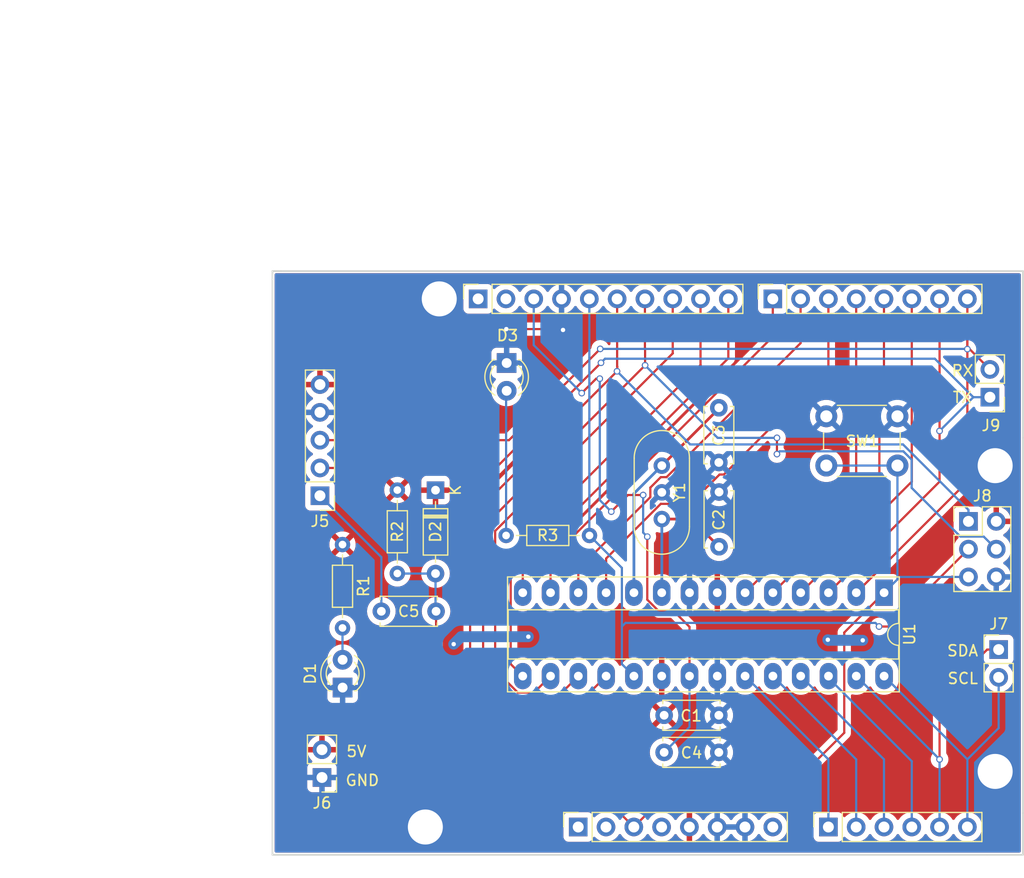
<source format=kicad_pcb>
(kicad_pcb (version 20240108) (generator "pcbnew") (generator_version "8.0")
  (title_block (date "mar. 31 mars 2015"))
  (layers (0 "F.Cu" signal) (31 "B.Cu" signal) (34 "B.Paste" user) (35 "F.Paste" user) (36 "B.SilkS" user "B.Silkscreen") (37 "F.SilkS" user "F.Silkscreen") (38 "B.Mask" user) (39 "F.Mask" user) (44 "Edge.Cuts" user))
  (net 0 "")
  (net 1 "GND")
  (net 3 "+5V")
  (net 4 "/IOREF")
  (net 5 "/A0")
  (net 6 "/A1")
  (net 7 "/A2")
  (net 8 "/A3")
  (net 9 "/SDA{slash}A4")
  (net 10 "/SCL{slash}A5")
  (net 11 "/13")
  (net 12 "/12")
  (net 13 "Net-(U1-XTAL1{slash}PB6)")
  (net 14 "/8")
  (net 15 "/7")
  (net 16 "/*11")
  (net 17 "/*10")
  (net 18 "/*9")
  (net 19 "/4")
  (net 20 "/2")
  (net 21 "/*6")
  (net 22 "/*5")
  (net 23 "Net-(U1-XTAL2{slash}PB7)")
  (net 24 "/*3")
  (net 25 "AREF")
  (net 26 "Reset")
  (net 27 "VCC")
  (net 28 "Net-(D1-A)")
  (net 29 "Net-(D3-A)")
  (net 31 "TX")
  (net 32 "RX")
  (net 35 "Net-(J5-Pin_1)")
  (footprint "Connector_PinSocket_2.54mm:PinSocket_1x08_P2.54mm_Vertical" (layer "F.Cu") (at 127.94 97.46 90)
    (property "Reference" "J1" (hide yes))
    (property "Value" "Power")
    (pad "1" thru_hole rect (at 0 0 90) (size 1.7 1.7) (drill 1) (layers "*.Cu" "*.Mask"))
    (pad "2" thru_hole oval (at 0 2.54 90) (size 1.7 1.7) (drill 1) (layers "*.Cu" "*.Mask") (net 4 "/IOREF"))
    (pad "3" thru_hole oval (at 0 5.08 90) (size 1.7 1.7) (drill 1) (layers "*.Cu" "*.Mask") (net 26 "Reset"))
    (pad "4" thru_hole oval (at 0 7.62 90) (size 1.7 1.7) (drill 1) (layers "*.Cu" "*.Mask"))
    (pad "5" thru_hole oval (at 0 10.16 90) (size 1.7 1.7) (drill 1) (layers "*.Cu" "*.Mask") (net 3 "+5V"))
    (pad "6" thru_hole oval (at 0 12.7 90) (size 1.7 1.7) (drill 1) (layers "*.Cu" "*.Mask") (net 1 "GND"))
    (pad "7" thru_hole oval (at 0 15.24 90) (size 1.7 1.7) (drill 1) (layers "*.Cu" "*.Mask") (net 1 "GND"))
    (pad "8" thru_hole oval (at 0 17.78 90) (size 1.7 1.7) (drill 1) (layers "*.Cu" "*.Mask") (net 27 "VCC"))
  )
  (footprint "Connector_PinSocket_2.54mm:PinSocket_1x06_P2.54mm_Vertical" (layer "F.Cu") (at 150.8 97.46 90)
    (property "Reference" "J3" (hide yes))
    (property "Value" "Analog")
    (pad "1" thru_hole rect (at 0 0 90) (size 1.7 1.7) (drill 1) (layers "*.Cu" "*.Mask") (net 5 "/A0"))
    (pad "2" thru_hole oval (at 0 2.54 90) (size 1.7 1.7) (drill 1) (layers "*.Cu" "*.Mask") (net 6 "/A1"))
    (pad "3" thru_hole oval (at 0 5.08 90) (size 1.7 1.7) (drill 1) (layers "*.Cu" "*.Mask") (net 7 "/A2"))
    (pad "4" thru_hole oval (at 0 7.62 90) (size 1.7 1.7) (drill 1) (layers "*.Cu" "*.Mask") (net 8 "/A3"))
    (pad "5" thru_hole oval (at 0 10.16 90) (size 1.7 1.7) (drill 1) (layers "*.Cu" "*.Mask") (net 9 "/SDA{slash}A4"))
    (pad "6" thru_hole oval (at 0 12.7 90) (size 1.7 1.7) (drill 1) (layers "*.Cu" "*.Mask") (net 10 "/SCL{slash}A5"))
  )
  (footprint "Connector_PinSocket_2.54mm:PinSocket_1x10_P2.54mm_Vertical" (layer "F.Cu") (at 118.796 49.2 90)
    (property "Reference" "J2" (hide yes))
    (property "Value" "Digital/PWM")
    (pad "1" thru_hole rect (at 0 0 90) (size 1.7 1.7) (drill 1) (layers "*.Cu" "*.Mask"))
    (pad "2" thru_hole oval (at 0 2.54 90) (size 1.7 1.7) (drill 1) (layers "*.Cu" "*.Mask"))
    (pad "3" thru_hole oval (at 0 5.08 90) (size 1.7 1.7) (drill 1) (layers "*.Cu" "*.Mask") (net 25 "AREF"))
    (pad "4" thru_hole oval (at 0 7.62 90) (size 1.7 1.7) (drill 1) (layers "*.Cu" "*.Mask") (net 1 "GND"))
    (pad "5" thru_hole oval (at 0 10.16 90) (size 1.7 1.7) (drill 1) (layers "*.Cu" "*.Mask") (net 11 "/13"))
    (pad "6" thru_hole oval (at 0 12.7 90) (size 1.7 1.7) (drill 1) (layers "*.Cu" "*.Mask") (net 12 "/12"))
    (pad "7" thru_hole oval (at 0 15.24 90) (size 1.7 1.7) (drill 1) (layers "*.Cu" "*.Mask") (net 16 "/*11"))
    (pad "8" thru_hole oval (at 0 17.78 90) (size 1.7 1.7) (drill 1) (layers "*.Cu" "*.Mask") (net 17 "/*10"))
    (pad "9" thru_hole oval (at 0 20.32 90) (size 1.7 1.7) (drill 1) (layers "*.Cu" "*.Mask") (net 18 "/*9"))
    (pad "10" thru_hole oval (at 0 22.86 90) (size 1.7 1.7) (drill 1) (layers "*.Cu" "*.Mask") (net 14 "/8"))
  )
  (footprint "Connector_PinSocket_2.54mm:PinSocket_1x08_P2.54mm_Vertical" (layer "F.Cu") (at 145.72 49.2 90)
    (property "Reference" "J4" (hide yes))
    (property "Value" "Digital/PWM")
    (pad "1" thru_hole rect (at 0 0 90) (size 1.7 1.7) (drill 1) (layers "*.Cu" "*.Mask") (net 15 "/7"))
    (pad "2" thru_hole oval (at 0 2.54 90) (size 1.7 1.7) (drill 1) (layers "*.Cu" "*.Mask") (net 21 "/*6"))
    (pad "3" thru_hole oval (at 0 5.08 90) (size 1.7 1.7) (drill 1) (layers "*.Cu" "*.Mask") (net 22 "/*5"))
    (pad "4" thru_hole oval (at 0 7.62 90) (size 1.7 1.7) (drill 1) (layers "*.Cu" "*.Mask") (net 19 "/4"))
    (pad "5" thru_hole oval (at 0 10.16 90) (size 1.7 1.7) (drill 1) (layers "*.Cu" "*.Mask") (net 24 "/*3"))
    (pad "6" thru_hole oval (at 0 12.7 90) (size 1.7 1.7) (drill 1) (layers "*.Cu" "*.Mask") (net 20 "/2"))
    (pad "7" thru_hole oval (at 0 15.24 90) (size 1.7 1.7) (drill 1) (layers "*.Cu" "*.Mask") (net 31 "TX"))
    (pad "8" thru_hole oval (at 0 17.78 90) (size 1.7 1.7) (drill 1) (layers "*.Cu" "*.Mask") (net 32 "RX"))
  )
  (footprint "LED_THT:LED_D3.0mm" (layer "F.Cu") (at 106.41 84.72 90)
    (property "Reference" "D1" (at 1.27 -2.96 90) (layer "F.SilkS") (effects (font (thickness 0.153))))
    (property "Value" "LED")
    (pad "1" thru_hole rect (at 0 0 90) (size 1.8 1.8) (drill 0.9) (layers "*.Cu" "*.Mask") (net 1 "GND"))
    (pad "2" thru_hole circle (at 2.54 0 90) (size 1.8 1.8) (drill 0.9) (layers "*.Cu" "*.Mask") (net 28 "Net-(D1-A)"))
  )
  (footprint "Connector_PinHeader_2.54mm:PinHeader_1x02_P2.54mm_Vertical" (layer "F.Cu") (at 165.56 58.185 180)
    (property "Reference" "J9" (at -0.1 -2.585 180) (layer "F.SilkS") (effects (font (thickness 0.153))))
    (property "Value" "UART")
    (pad "1" thru_hole rect (at 0 0 180) (size 1.7 1.7) (drill 1) (layers "*.Cu" "*.Mask") (net 31 "TX"))
    (pad "2" thru_hole oval (at 0 2.54 180) (size 1.7 1.7) (drill 1) (layers "*.Cu" "*.Mask") (net 32 "RX"))
  )
  (footprint "Package_DIP:DIP-28_W7.62mm_Socket_LongPads" (layer "F.Cu") (at 155.89 76.05 -90)
    (property "Reference" "U1" (at 3.81 -2.33 90) (layer "F.SilkS") (effects (font (thickness 0.153))))
    (property "Value" "ATmega328-P" (hide yes))
    (pad "1" thru_hole rect (at 0 0 270) (size 2.4 1.6) (drill 0.8) (layers "*.Cu" "*.Mask") (net 26 "Reset"))
    (pad "2" thru_hole oval (at 0 2.54 270) (size 2.4 1.6) (drill 0.8) (layers "*.Cu" "*.Mask") (net 32 "RX"))
    (pad "3" thru_hole oval (at 0 5.08 270) (size 2.4 1.6) (drill 0.8) (layers "*.Cu" "*.Mask") (net 31 "TX"))
    (pad "4" thru_hole oval (at 0 7.62 270) (size 2.4 1.6) (drill 0.8) (layers "*.Cu" "*.Mask") (net 20 "/2"))
    (pad "5" thru_hole oval (at 0 10.16 270) (size 2.4 1.6) (drill 0.8) (layers "*.Cu" "*.Mask") (net 24 "/*3"))
    (pad "6" thru_hole oval (at 0 12.7 270) (size 2.4 1.6) (drill 0.8) (layers "*.Cu" "*.Mask") (net 19 "/4"))
    (pad "7" thru_hole oval (at 0 15.24 270) (size 2.4 1.6) (drill 0.8) (layers "*.Cu" "*.Mask") (net 3 "+5V"))
    (pad "8" thru_hole oval (at 0 17.78 270) (size 2.4 1.6) (drill 0.8) (layers "*.Cu" "*.Mask") (net 1 "GND"))
    (pad "9" thru_hole oval (at 0 20.32 270) (size 2.4 1.6) (drill 0.8) (layers "*.Cu" "*.Mask") (net 13 "Net-(U1-XTAL1{slash}PB6)"))
    (pad "10" thru_hole oval (at 0 22.86 270) (size 2.4 1.6) (drill 0.8) (layers "*.Cu" "*.Mask") (net 23 "Net-(U1-XTAL2{slash}PB7)"))
    (pad "11" thru_hole oval (at 0 25.4 270) (size 2.4 1.6) (drill 0.8) (layers "*.Cu" "*.Mask") (net 22 "/*5"))
    (pad "12" thru_hole oval (at 0 27.94 270) (size 2.4 1.6) (drill 0.8) (layers "*.Cu" "*.Mask") (net 21 "/*6"))
    (pad "13" thru_hole oval (at 0 30.48 270) (size 2.4 1.6) (drill 0.8) (layers "*.Cu" "*.Mask") (net 15 "/7"))
    (pad "14" thru_hole oval (at 0 33.02 270) (size 2.4 1.6) (drill 0.8) (layers "*.Cu" "*.Mask") (net 14 "/8"))
    (pad "15" thru_hole oval (at 7.62 33.02 270) (size 2.4 1.6) (drill 0.8) (layers "*.Cu" "*.Mask") (net 18 "/*9"))
    (pad "16" thru_hole oval (at 7.62 30.48 270) (size 2.4 1.6) (drill 0.8) (layers "*.Cu" "*.Mask") (net 17 "/*10"))
    (pad "17" thru_hole oval (at 7.62 27.94 270) (size 2.4 1.6) (drill 0.8) (layers "*.Cu" "*.Mask") (net 16 "/*11"))
    (pad "18" thru_hole oval (at 7.62 25.4 270) (size 2.4 1.6) (drill 0.8) (layers "*.Cu" "*.Mask") (net 12 "/12"))
    (pad "19" thru_hole oval (at 7.62 22.86 270) (size 2.4 1.6) (drill 0.8) (layers "*.Cu" "*.Mask") (net 11 "/13"))
    (pad "20" thru_hole oval (at 7.62 20.32 270) (size 2.4 1.6) (drill 0.8) (layers "*.Cu" "*.Mask") (net 3 "+5V"))
    (pad "21" thru_hole oval (at 7.62 17.78 270) (size 2.4 1.6) (drill 0.8) (layers "*.Cu" "*.Mask") (net 25 "AREF"))
    (pad "22" thru_hole oval (at 7.62 15.24 270) (size 2.4 1.6) (drill 0.8) (layers "*.Cu" "*.Mask") (net 1 "GND"))
    (pad "23" thru_hole oval (at 7.62 12.7 270) (size 2.4 1.6) (drill 0.8) (layers "*.Cu" "*.Mask") (net 5 "/A0"))
    (pad "24" thru_hole oval (at 7.62 10.16 270) (size 2.4 1.6) (drill 0.8) (layers "*.Cu" "*.Mask") (net 6 "/A1"))
    (pad "25" thru_hole oval (at 7.62 7.62 270) (size 2.4 1.6) (drill 0.8) (layers "*.Cu" "*.Mask") (net 7 "/A2"))
    (pad "26" thru_hole oval (at 7.62 5.08 270) (size 2.4 1.6) (drill 0.8) (layers "*.Cu" "*.Mask") (net 8 "/A3"))
    (pad "27" thru_hole oval (at 7.62 2.54 270) (size 2.4 1.6) (drill 0.8) (layers "*.Cu" "*.Mask") (net 9 "/SDA{slash}A4"))
    (pad "28" thru_hole oval (at 7.62 0 270) (size 2.4 1.6) (drill 0.8) (layers "*.Cu" "*.Mask") (net 10 "/SCL{slash}A5"))
  )
  (footprint "Capacitor_THT:C_Disc_D5.0mm_W2.5mm_P5.00mm" (layer "F.Cu") (at 140.81 71.85 90)
    (property "Reference" "C2" (at 2.46 -0.02 90) (layer "F.SilkS") (effects (font (thickness 0.153))))
    (property "Value" "22pF")
    (pad "1" thru_hole circle (at 0 0 90) (size 1.6 1.6) (drill 0.8) (layers "*.Cu" "*.Mask") (net 13 "Net-(U1-XTAL1{slash}PB6)"))
    (pad "2" thru_hole circle (at 5 0 90) (size 1.6 1.6) (drill 0.8) (layers "*.Cu" "*.Mask") (net 1 "GND"))
  )
  (footprint "Resistor_THT:R_Axial_DIN0204_L3.6mm_D1.6mm_P7.62mm_Horizontal" (layer "F.Cu") (at 106.4 71.65 -90)
    (property "Reference" "R1" (at 3.81 -1.92 90) (layer "F.SilkS") (effects (font (thickness 0.153))))
    (property "Value" "1k")
    (pad "1" thru_hole circle (at 0 0 270) (size 1.4 1.4) (drill 0.7) (layers "*.Cu" "*.Mask") (net 3 "+5V"))
    (pad "2" thru_hole oval (at 7.62 0 270) (size 1.4 1.4) (drill 0.7) (layers "*.Cu" "*.Mask") (net 28 "Net-(D1-A)"))
  )
  (footprint "Resistor_THT:R_Axial_DIN0204_L3.6mm_D1.6mm_P7.62mm_Horizontal" (layer "F.Cu") (at 128.97 70.82 180)
    (property "Reference" "R3" (at 3.82 0.01 0) (layer "F.SilkS") (effects (font (thickness 0.153))))
    (property "Value" "1k")
    (pad "1" thru_hole circle (at 0 0 180) (size 1.4 1.4) (drill 0.7) (layers "*.Cu" "*.Mask") (net 11 "/13"))
    (pad "2" thru_hole oval (at 7.62 0 180) (size 1.4 1.4) (drill 0.7) (layers "*.Cu" "*.Mask") (net 29 "Net-(D3-A)"))
  )
  (footprint "Diode_THT:D_DO-35_SOD27_P7.62mm_Horizontal" (layer "F.Cu") (at 114.9 66.68 -90)
    (property "Reference" "D2" (at 3.81 0 90) (layer "F.SilkS") (effects (font (thickness 0.153))))
    (property "Value" "1N4148")
    (fp_text user "K" (at 0 -1.8 90) (layer "F.SilkS") (effects (font (thickness 0.153))))
    (pad "1" thru_hole rect (at 0 0 270) (size 1.6 1.6) (drill 0.8) (layers "*.Cu" "*.Mask") (net 3 "+5V"))
    (pad "2" thru_hole oval (at 7.62 0 270) (size 1.6 1.6) (drill 0.8) (layers "*.Cu" "*.Mask") (net 26 "Reset"))
  )
  (footprint "Crystal:Crystal_HC49-U-3Pin_Vertical" (layer "F.Cu") (at 135.58 64.44 -90)
    (property "Reference" "Y1" (at 2.44 -1.61 90) (layer "F.SilkS") (effects (font (thickness 0.153))))
    (property "Value" "16Mhz")
    (pad "1" thru_hole circle (at 0 0 270) (size 1.5 1.5) (drill 0.8) (layers "*.Cu" "*.Mask") (net 23 "Net-(U1-XTAL2{slash}PB7)"))
    (pad "2" thru_hole circle (at 2.44 0 270) (size 1.5 1.5) (drill 0.8) (layers "*.Cu" "*.Mask") (net 1 "GND"))
    (pad "3" thru_hole circle (at 4.88 0 270) (size 1.5 1.5) (drill 0.8) (layers "*.Cu" "*.Mask") (net 13 "Net-(U1-XTAL1{slash}PB6)"))
  )
  (footprint "Capacitor_THT:C_Disc_D5.0mm_W2.5mm_P5.00mm" (layer "F.Cu") (at 135.79 90.64)
    (property "Reference" "C4" (at 2.5 0.04 0) (layer "F.SilkS") (effects (font (thickness 0.153))))
    (property "Value" "0.1uF")
    (pad "1" thru_hole circle (at 0 0) (size 1.6 1.6) (drill 0.8) (layers "*.Cu" "*.Mask") (net 25 "AREF"))
    (pad "2" thru_hole circle (at 5 0) (size 1.6 1.6) (drill 0.8) (layers "*.Cu" "*.Mask") (net 1 "GND"))
  )
  (footprint "Connector_PinHeader_2.54mm:PinHeader_1x02_P2.54mm_Vertical" (layer "F.Cu") (at 104.525 92.935 180)
    (property "Reference" "J6" (at 0 -2.33 180) (layer "F.SilkS") (effects (font (thickness 0.153))))
    (property "Value" "power")
    (pad "1" thru_hole rect (at 0 0 180) (size 1.7 1.7) (drill 1) (layers "*.Cu" "*.Mask") (net 1 "GND"))
    (pad "2" thru_hole oval (at 0 2.54 180) (size 1.7 1.7) (drill 1) (layers "*.Cu" "*.Mask") (net 3 "+5V"))
  )
  (footprint "Arduino_MountingHole:MountingHole_3.2mm" (layer "F.Cu") (at 115.24 49.2)
    (property "Reference" "MH1" (hide yes))
    (property "Value" "MountingHole_3.2mm" (hide yes))
    (pad "" np_thru_hole circle (at 0 0) (size 3.2 3.2) (drill 3.2) (layers "*.Cu" "*.Mask"))
  )
  (footprint "LED_THT:LED_D3.0mm" (layer "F.Cu") (at 121.4 55.06 -90)
    (property "Reference" "D3" (at -2.51 -0.08 0) (layer "F.SilkS") (effects (font (thickness 0.153))))
    (property "Value" "LED")
    (pad "1" thru_hole rect (at 0 0 270) (size 1.8 1.8) (drill 0.9) (layers "*.Cu" "*.Mask") (net 1 "GND"))
    (pad "2" thru_hole circle (at 2.54 0 270) (size 1.8 1.8) (drill 0.9) (layers "*.Cu" "*.Mask") (net 29 "Net-(D3-A)"))
  )
  (footprint "Capacitor_THT:C_Disc_D5.0mm_W2.5mm_P5.00mm" (layer "F.Cu") (at 109.95 77.75)
    (property "Reference" "C5" (at 2.5 0 0) (layer "F.SilkS") (effects (font (thickness 0.153))))
    (property "Value" "0.1uF")
    (pad "1" thru_hole circle (at 0 0) (size 1.6 1.6) (drill 0.8) (layers "*.Cu" "*.Mask") (net 35 "Net-(J5-Pin_1)"))
    (pad "2" thru_hole circle (at 5 0) (size 1.6 1.6) (drill 0.8) (layers "*.Cu" "*.Mask") (net 26 "Reset"))
  )
  (footprint "Resistor_THT:R_Axial_DIN0204_L3.6mm_D1.6mm_P7.62mm_Horizontal" (layer "F.Cu") (at 111.41 66.67 -90)
    (property "Reference" "R2" (at 3.81 0 90) (layer "F.SilkS") (effects (font (thickness 0.153))))
    (property "Value" "10k")
    (pad "1" thru_hole circle (at 0 0 270) (size 1.4 1.4) (drill 0.7) (layers "*.Cu" "*.Mask") (net 3 "+5V"))
    (pad "2" thru_hole oval (at 7.62 0 270) (size 1.4 1.4) (drill 0.7) (layers "*.Cu" "*.Mask") (net 26 "Reset"))
  )
  (footprint "Connector_PinHeader_2.54mm:PinHeader_1x02_P2.54mm_Vertical" (layer "F.Cu") (at 166.36 81.245)
    (property "Reference" "J7" (at 0 -2.33 0) (layer "F.SilkS") (effects (font (thickness 0.153))))
    (property "Value" "I2C")
    (pad "1" thru_hole rect (at 0 0) (size 1.7 1.7) (drill 1) (layers "*.Cu" "*.Mask") (net 9 "/SDA{slash}A4"))
    (pad "2" thru_hole oval (at 0 2.54) (size 1.7 1.7) (drill 1) (layers "*.Cu" "*.Mask") (net 10 "/SCL{slash}A5"))
  )
  (footprint "Connector_PinHeader_2.54mm:PinHeader_2x03_P2.54mm_Vertical" (layer "F.Cu") (at 163.6 69.53)
    (property "Reference" "J8" (at 1.27 -2.33 0) (layer "F.SilkS") (effects (font (thickness 0.153))))
    (property "Value" "ICSP")
    (pad "1" thru_hole rect (at 0 0) (size 1.7 1.7) (drill 1) (layers "*.Cu" "*.Mask") (net 12 "/12"))
    (pad "2" thru_hole oval (at 2.54 0) (size 1.7 1.7) (drill 1) (layers "*.Cu" "*.Mask") (net 3 "+5V"))
    (pad "3" thru_hole oval (at 0 2.54) (size 1.7 1.7) (drill 1) (layers "*.Cu" "*.Mask") (net 11 "/13"))
    (pad "4" thru_hole oval (at 2.54 2.54) (size 1.7 1.7) (drill 1) (layers "*.Cu" "*.Mask") (net 16 "/*11"))
    (pad "5" thru_hole oval (at 0 5.08) (size 1.7 1.7) (drill 1) (layers "*.Cu" "*.Mask") (net 26 "Reset"))
    (pad "6" thru_hole oval (at 2.54 5.08) (size 1.7 1.7) (drill 1) (layers "*.Cu" "*.Mask") (net 1 "GND"))
  )
  (footprint "Button_Switch_THT:SW_PUSH_6mm_H7.3mm" (layer "F.Cu") (at 157.11 64.43 180)
    (property "Reference" "SW1" (at 3.21 2.22 0) (layer "F.SilkS") (effects (font (thickness 0.153))))
    (property "Value" "SW_Push")
    (pad "1" thru_hole circle (at 0 0 270) (size 2 2) (drill 1.1) (layers "*.Cu" "*.Mask") (net 26 "Reset"))
    (pad "1" thru_hole circle (at 6.5 0 270) (size 2 2) (drill 1.1) (layers "*.Cu" "*.Mask") (net 26 "Reset"))
    (pad "2" thru_hole circle (at 0 4.5 270) (size 2 2) (drill 1.1) (layers "*.Cu" "*.Mask") (net 1 "GND"))
    (pad "2" thru_hole circle (at 6.5 4.5 270) (size 2 2) (drill 1.1) (layers "*.Cu" "*.Mask") (net 1 "GND"))
  )
  (footprint "Arduino_MountingHole:MountingHole_3.2mm" (layer "F.Cu") (at 113.97 97.46)
    (property "Reference" "MH2" (hide yes))
    (property "Value" "MountingHole_3.2mm" (hide yes))
    (pad "" np_thru_hole circle (at 0 0) (size 3.2 3.2) (drill 3.2) (layers "*.Cu" "*.Mask"))
  )
  (footprint "Capacitor_THT:C_Disc_D5.0mm_W2.5mm_P5.00mm" (layer "F.Cu") (at 140.79 64.15 90)
    (property "Reference" "C3" (at 2.49 0 90) (layer "F.SilkS") (effects (font (thickness 0.153))))
    (property "Value" "22pF")
    (pad "1" thru_hole circle (at 0 0 90) (size 1.6 1.6) (drill 0.8) (layers "*.Cu" "*.Mask") (net 1 "GND"))
    (pad "2" thru_hole circle (at 5 0 90) (size 1.6 1.6) (drill 0.8) (layers "*.Cu" "*.Mask") (net 23 "Net-(U1-XTAL2{slash}PB7)"))
  )
  (footprint "Arduino_MountingHole:MountingHole_3.2mm" (layer "F.Cu") (at 166.04 64.44)
    (property "Reference" "MH3" (hide yes))
    (property "Value" "MountingHole_3.2mm" (hide yes))
    (pad "" np_thru_hole circle (at 0 0) (size 3.2 3.2) (drill 3.2) (layers "F&B.Cu" "*.Mask"))
  )
  (footprint "Arduino_MountingHole:MountingHole_3.2mm" (layer "F.Cu") (at 166.04 92.38)
    (property "Reference" "MH4" (hide yes))
    (property "Value" "MountingHole_3.2mm" (hide yes))
    (pad "" np_thru_hole circle (at 0 0) (size 3.2 3.2) (drill 3.2) (layers "*.Cu" "*.Mask"))
  )
  (footprint "Connector_PinHeader_2.54mm:PinHeader_1x05_P2.54mm_Vertical" (layer "F.Cu") (at 104.34 67.19 180)
    (property "Reference" "J5" (at 0 -2.33 180) (layer "F.SilkS") (effects (font (thickness 0.153))))
    (property "Value" "writer")
    (pad "1" thru_hole rect (at 0 0 180) (size 1.7 1.7) (drill 1) (layers "*.Cu" "*.Mask") (net 35 "Net-(J5-Pin_1)"))
    (pad "2" thru_hole oval (at 0 2.54 180) (size 1.7 1.7) (drill 1) (layers "*.Cu" "*.Mask") (net 31 "TX"))
    (pad "3" thru_hole oval (at 0 5.08 180) (size 1.7 1.7) (drill 1) (layers "*.Cu" "*.Mask") (net 32 "RX"))
    (pad "4" thru_hole oval (at 0 7.62 180) (size 1.7 1.7) (drill 1) (layers "*.Cu" "*.Mask") (net 1 "GND"))
    (pad "5" thru_hole oval (at 0 10.16 180) (size 1.7 1.7) (drill 1) (layers "*.Cu" "*.Mask") (net 3 "+5V"))
  )
  (footprint "Capacitor_THT:C_Disc_D5.0mm_W2.5mm_P5.00mm" (layer "F.Cu") (at 135.79 87.25)
    (property "Reference" "C1" (at 2.47 0.05 0) (layer "F.SilkS") (effects (font (thickness 0.153))))
    (property "Value" "0.1uF")
    (pad "1" thru_hole circle (at 0 0) (size 1.6 1.6) (drill 0.8) (layers "*.Cu" "*.Mask") (net 3 "+5V"))
    (pad "2" thru_hole circle (at 5 0) (size 1.6 1.6) (drill 0.8) (layers "*.Cu" "*.Mask") (net 1 "GND"))
  )
  (gr_line (start 100 100) (end 100 47.422) (stroke (width 0.15)) (layer "Edge.Cuts"))
  (gr_line (start 100.5 100) (end 100 100) (stroke (width 0.15)) (layer "Edge.Cuts"))
  (gr_line (start 100 47.422) (end 100 46.66) (stroke (width 0.15)) (layer "Edge.Cuts"))
  (gr_line (start 168.58 96.19) (end 168.58 100) (stroke (width 0.15)) (layer "Edge.Cuts"))
  (gr_line (start 168.58 61.9) (end 168.58 96.19) (stroke (width 0.15)) (layer "Edge.Cuts"))
  (gr_line (start 165.278 100) (end 100.5 100) (stroke (width 0.15)) (layer "Edge.Cuts"))
  (gr_line (start 163.5 46.66) (end 168.58 46.66) (stroke (width 0.15)) (layer "Edge.Cuts"))
  (gr_line (start 100.762 46.66) (end 163.5 46.66) (stroke (width 0.15)) (layer "Edge.Cuts"))
  (gr_line (start 100.762 46.66) (end 100 46.66) (stroke (width 0.15)) (layer "Edge.Cuts"))
  (gr_line (start 165.278 100) (end 168.58 100) (stroke (width 0.15)) (layer "Edge.Cuts"))
  (gr_line (start 168.58 61.9) (end 168.58 46.66) (stroke (width 0.15)) (layer "Edge.Cuts"))
  (gr_text "5V" (at 106.67 91.14 0) (layer "F.SilkS") (effects (font (size 1 1) (thickness 0.153)) (justify left bottom)))
  (gr_text "SCL" (at 161.6 84.47 0) (layer "F.SilkS") (effects (font (size 1 1) (thickness 0.153)) (justify left bottom)))
  (gr_text "RX" (at 161.98 56.35 0) (layer "F.SilkS") (effects (font (size 1 1) (thickness 0.153)) (justify left bottom)))
  (gr_text "SDA" (at 161.56 81.94 0) (layer "F.SilkS") (effects (font (size 1 1) (thickness 0.153)) (justify left bottom)))
  (gr_text "GND" (at 106.59 93.78 0) (layer "F.SilkS") (effects (font (size 1 1) (thickness 0.153)) (justify left bottom)))
  (gr_text "TX" (at 162.08 58.79 0) (layer "F.SilkS") (effects (font (size 1 1) (thickness 0.153)) (justify left bottom)))
  (segment (start 138.08 76.08) (end 138.11 76.05) (width 1) (layer "F.Cu") (net 1))
  (segment (start 140.81 64.17) (end 140.79 64.15) (width 0.2) (layer "F.Cu") (net 1))
  (segment (start 126.47 51.96) (end 126.55 52.04) (width 0.2) (layer "F.Cu") (net 1))
  (segment (start 140.78 66.88) (end 140.81 66.85) (width 0.2) (layer "F.Cu") (net 1))
  (segment (start 140.79 83.81) (end 140.65 83.67) (width 0.2) (layer "F.Cu") (net 1))
  (segment (start 121.37 51.96) (end 126.47 51.96) (width 0.2) (layer "F.Cu") (net 1))
  (via (at 121.37 51.96) (size 0.6) (drill 0.4) (layers "F.Cu" "B.Cu") (net 1))
  (via (at 126.55 52.04) (size 0.6) (drill 0.4) (layers "F.Cu" "B.Cu") (net 1))
  (segment (start 135.57 66.87) (end 135.58 66.88) (width 0.2) (layer "B.Cu") (net 1))
  (segment (start 135.79 83.89) (end 135.57 83.67) (width 0.2) (layer "F.Cu") (net 3))
  (via (at 123.38 80.07) (size 0.6) (drill 0.4) (layers "F.Cu" "B.Cu") (net 3))
  (via (at 116.56 80.75) (size 0.6) (drill 0.4) (layers "F.Cu" "B.Cu") (net 3))
  (via (at 153.94 80.4) (size 0.6) (drill 0.4) (layers "F.Cu" "B.Cu") (net 3))
  (via (at 150.75 80.35) (size 0.6) (drill 0.4) (layers "F.Cu" "B.Cu") (net 3))
  (segment (start 123.38 80.07) (end 117.24 80.07) (width 1) (layer "B.Cu") (net 3))
  (segment (start 153.94 80.4) (end 150.8 80.4) (width 1) (layer "B.Cu") (net 3))
  (segment (start 150.8 80.4) (end 150.75 80.35) (width 1) (layer "B.Cu") (net 3))
  (segment (start 117.24 80.07) (end 116.56 80.75) (width 1) (layer "B.Cu") (net 3))
  (segment (start 150.8 97.46) (end 150.8 91.28) (width 0.2) (layer "B.Cu") (net 5))
  (segment (start 150.8 91.28) (end 143.19 83.67) (width 0.2) (layer "B.Cu") (net 5))
  (segment (start 145.73 83.67) (end 146.314365 83.67) (width 0.2) (layer "F.Cu") (net 6))
  (segment (start 153.34 91.28) (end 145.73 83.67) (width 0.2) (layer "B.Cu") (net 6))
  (segment (start 153.34 97.46) (end 153.34 91.28) (width 0.2) (layer "B.Cu") (net 6))
  (segment (start 155.88 91.28) (end 148.27 83.67) (width 0.2) (layer "B.Cu") (net 7))
  (segment (start 155.88 97.46) (end 155.88 91.28) (width 0.2) (layer "B.Cu") (net 7))
  (segment (start 158.42 91.47) (end 158.43 91.46) (width 0.2) (layer "B.Cu") (net 8))
  (segment (start 158.43 91.46) (end 150.81 83.84) (width 0.2) (layer "B.Cu") (net 8))
  (segment (start 158.42 97.46) (end 158.42 91.47) (width 0.2) (layer "B.Cu") (net 8))
  (segment (start 150.81 83.84) (end 150.81 83.67) (width 0.2) (layer "B.Cu") (net 8))
  (segment (start 165.31 81.245) (end 160.96 85.595) (width 0.2) (layer "F.Cu") (net 9))
  (segment (start 160.96 85.595) (end 160.96 91.28) (width 0.2) (layer "F.Cu") (net 9))
  (segment (start 166.36 81.245) (end 165.31 81.245) (width 0.2) (layer "F.Cu") (net 9))
  (via (at 160.96 91.28) (size 0.6) (drill 0.4) (layers "F.Cu" "B.Cu") (net 9))
  (segment (start 160.96 97.46) (end 160.96 91.28) (width 0.2) (layer "B.Cu") (net 9))
  (segment (start 160.96 91.28) (end 153.35 83.67) (width 0.2) (layer "B.Cu") (net 9))
  (segment (start 166.36 83.785) (end 166.36 88.42) (width 0.2) (layer "B.Cu") (net 10))
  (segment (start 163.5 91.28) (end 155.89 83.67) (width 0.2) (layer "B.Cu") (net 10))
  (segment (start 166.36 88.42) (end 163.5 91.28) (width 0.2) (layer "B.Cu") (net 10))
  (segment (start 163.5 97.46) (end 163.5 91.28) (width 0.2) (layer "B.Cu") (net 10))
  (segment (start 163.6 72.07) (end 156.53 79.14) (width 0.2) (layer "F.Cu") (net 11))
  (segment (start 156.53 79.14) (end 155.43 79.14) (width 0.2) (layer "F.Cu") (net 11))
  (via (at 155.43 79.14) (size 0.6) (drill 0.4) (layers "F.Cu" "B.Cu") (net 11))
  (segment (start 155.1 78.81) (end 132.26 78.81) (width 0.2) (layer "B.Cu") (net 11))
  (segment (start 131.93 73.78) (end 128.97 70.82) (width 0.2) (layer "B.Cu") (net 11))
  (segment (start 155.43 79.14) (end 155.1 78.81) (width 0.2) (layer "B.Cu") (net 11))
  (segment (start 132.26 78.81) (end 131.93 79.14) (width 0.2) (layer "B.Cu") (net 11))
  (segment (start 128.956 70.806) (end 128.97 70.82) (width 0.2) (layer "B.Cu") (net 11))
  (segment (start 128.956 49.2) (end 128.956 70.806) (width 0.2) (layer "B.Cu") (net 11))
  (segment (start 133.03 83.67) (end 131.93 82.57) (width 0.2) (layer "B.Cu") (net 11))
  (segment (start 131.93 82.57) (end 131.93 73.78) (width 0.2) (layer "B.Cu") (net 11))
  (segment (start 131.51 55.39) (end 131.496 55.376) (width 0.2) (layer "F.Cu") (net 12))
  (segment (start 131.485 55.815) (end 131.51 55.79) (width 0.2) (layer "F.Cu") (net 12))
  (segment (start 121.32 87.16) (end 118.06 83.9) (width 0.2) (layer "F.Cu") (net 12))
  (segment (start 131.496 55.376) (end 131.496 49.2) (width 0.2) (layer "F.Cu") (net 12))
  (segment (start 118.15 69.15) (end 131.485 55.815) (width 0.2) (layer "F.Cu") (net 12))
  (segment (start 127 87.16) (end 121.32 87.16) (width 0.2) (layer "F.Cu") (net 12))
  (segment (start 131.51 55.79) (end 131.51 55.39) (width 0.2) (layer "F.Cu") (net 12))
  (segment (start 118.06 83.9) (end 118.06 69.15) (width 0.2) (layer "F.Cu") (net 12))
  (segment (start 118.06 69.15) (end 118.15 69.15) (width 0.2) (layer "F.Cu") (net 12))
  (segment (start 130.49 83.67) (end 127 87.16) (width 0.2) (layer "F.Cu") (net 12))
  (via (at 131.485 55.815) (size 0.6) (drill 0.4) (layers "F.Cu" "B.Cu") (net 12))
  (segment (start 138.17 62.5) (end 131.485 55.815) (width 0.2) (layer "B.Cu") (net 12))
  (segment (start 163.6 69.53) (end 163.6 68.48) (width 0.2) (layer "B.Cu") (net 12))
  (segment (start 163.6 68.48) (end 157.62 62.5) (width 0.2) (layer "B.Cu") (net 12))
  (segment (start 157.62 62.5) (end 138.17 62.5) (width 0.2) (layer "B.Cu") (net 12))
  (segment (start 135.58 69.32) (end 138.28 69.32) (width 0.25) (layer "F.Cu") (net 13))
  (segment (start 138.28 69.32) (end 140.81 71.85) (width 0.25) (layer "F.Cu") (net 13))
  (segment (start 135.58 76.04) (end 135.57 76.05) (width 0.2) (layer "F.Cu") (net 13))
  (segment (start 135.58 76.04) (end 135.57 76.05) (width 0.25) (layer "B.Cu") (net 13))
  (segment (start 135.58 69.32) (end 135.58 76.04) (width 0.25) (layer "B.Cu") (net 13))
  (segment (start 141.656 49.2) (end 141.656 54.624) (width 0.2) (layer "F.Cu") (net 14))
  (segment (start 141.656 54.624) (end 122.87 73.41) (width 0.2) (layer "F.Cu") (net 14))
  (segment (start 122.87 73.41) (end 122.87 76.05) (width 0.2) (layer "F.Cu") (net 14))
  (segment (start 125.41 72.965786) (end 145.72 52.655786) (width 0.2) (layer "F.Cu") (net 15))
  (segment (start 125.41 76.05) (end 125.41 72.965786) (width 0.2) (layer "F.Cu") (net 15))
  (segment (start 145.72 52.655786) (end 145.72 49.2) (width 0.2) (layer "F.Cu") (net 15))
  (segment (start 125.63 85.99) (end 121.93 85.99) (width 0.2) (layer "F.Cu") (net 16))
  (segment (start 119.25 83.31) (end 119.25 70.09) (width 0.2) (layer "F.Cu") (net 16))
  (segment (start 134.05 55.27) (end 134.05 53.71) (width 0.2) (layer "F.Cu") (net 16))
  (segment (start 134.05 53.71) (end 134.036 53.696) (width 0.2) (layer "F.Cu") (net 16))
  (segment (start 119.24 70.08) (end 134.05 55.27) (width 0.2) (layer "F.Cu") (net 16))
  (segment (start 127.95 83.67) (end 125.63 85.99) (width 0.2) (layer "F.Cu") (net 16))
  (segment (start 119.25 70.09) (end 119.24 70.08) (width 0.2) (layer "F.Cu") (net 16))
  (segment (start 121.93 85.99) (end 119.25 83.31) (width 0.2) (layer "F.Cu") (net 16))
  (segment (start 134.036 53.696) (end 134.036 49.2) (width 0.2) (layer "F.Cu") (net 16))
  (segment (start 146.1 63.38) (end 146.1 61.9) (width 0.2) (layer "F.Cu") (net 16))
  (via (at 146.1 63.38) (size 0.6) (drill 0.4) (layers "F.Cu" "B.Cu") (net 16))
  (via (at 146.1 61.9) (size 0.6) (drill 0.4) (layers "F.Cu" "B.Cu") (net 16))
  (via (at 134.05 55.27) (size 0.6) (drill 0.4) (layers "F.Cu" "B.Cu") (net 16))
  (segment (start 146.1 61.9) (end 140.68 61.9) (width 0.2) (layer "B.Cu") (net 16))
  (segment (start 158.41 63.891522) (end 157.648478 63.13) (width 0.2) (layer "B.Cu") (net 16))
  (segment (start 146.35 63.13) (end 146.1 63.38) (width 0.2) (layer "B.Cu") (net 16))
  (segment (start 140.68 61.9) (end 134.05 55.27) (width 0.2) (layer "B.Cu") (net 16))
  (segment (start 162.86 70.92) (end 158.41 66.47) (width 0.2) (layer "B.Cu") (net 16))
  (segment (start 164.99 70.92) (end 162.86 70.92) (width 0.2) (layer "B.Cu") (net 16))
  (segment (start 157.648478 63.13) (end 146.35 63.13) (width 0.2) (layer "B.Cu") (net 16))
  (segment (start 166.14 72.07) (end 164.99 70.92) (width 0.2) (layer "B.Cu") (net 16))
  (segment (start 158.41 66.47) (end 158.41 63.891522) (width 0.2) (layer "B.Cu") (net 16))
  (segment (start 123.91 85.17) (end 122.414365 85.17) (width 0.2) (layer "F.Cu") (net 17))
  (segment (start 120.35 83.105635) (end 120.35 70.405786) (width 0.2) (layer "F.Cu") (net 17))
  (segment (start 125.41 83.67) (end 123.91 85.17) (width 0.2) (layer "F.Cu") (net 17))
  (segment (start 120.35 70.405786) (end 136.576 54.179786) (width 0.2) (layer "F.Cu") (net 17))
  (segment (start 136.576 54.179786) (end 136.576 54.174) (width 0.2) (layer "F.Cu") (net 17))
  (segment (start 136.576 54.174) (end 136.576 49.2) (width 0.2) (layer "F.Cu") (net 17))
  (segment (start 122.414365 85.17) (end 120.35 83.105635) (width 0.2) (layer "F.Cu") (net 17))
  (segment (start 139.116 49.2) (end 139.116 55.236) (width 0.2) (layer "F.Cu") (net 18))
  (segment (start 139.12 55.24) (end 137.46 56.9) (width 0.2) (layer "F.Cu") (net 18))
  (segment (start 122.87 83.67) (end 121.77 82.57) (width 0.2) (layer "F.Cu") (net 18))
  (segment (start 121.77 82.57) (end 121.77 72.56) (width 0.2) (layer "F.Cu") (net 18))
  (segment (start 121.77 72.56) (end 137.43 56.9) (width 0.2) (layer "F.Cu") (net 18))
  (segment (start 139.116 55.236) (end 139.12 55.24) (width 0.2) (layer "F.Cu") (net 18))
  (segment (start 137.46 56.9) (end 137.43 56.9) (width 0.2) (layer "F.Cu") (net 18))
  (segment (start 153.34 65.9) (end 143.19 76.05) (width 0.2) (layer "F.Cu") (net 19))
  (segment (start 153.34 49.2) (end 153.34 65.9) (width 0.2) (layer "F.Cu") (net 19))
  (segment (start 158.42 49.2) (end 158.42 65.9) (width 0.2) (layer "F.Cu") (net 20))
  (segment (start 158.42 65.9) (end 148.27 76.05) (width 0.2) (layer "F.Cu") (net 20))
  (segment (start 136.014925 65.49) (end 148.26 53.244925) (width 0.2) (layer "F.Cu") (net 21))
  (segment (start 127.95 73.894925) (end 134.53 67.314925) (width 0.2) (layer "F.Cu") (net 21))
  (segment (start 134.53 67.314925) (end 134.53 66.445075) (width 0.2) (layer "F.Cu") (net 21))
  (segment (start 135.485075 65.49) (end 136.014925 65.49) (width 0.2) (layer "F.Cu") (net 21))
  (segment (start 127.95 76.05) (end 127.95 73.894925) (width 0.2) (layer "F.Cu") (net 21))
  (segment (start 134.53 66.445075) (end 135.485075 65.49) (width 0.2) (layer "F.Cu") (net 21))
  (segment (start 148.26 53.244925) (end 148.26 49.2) (width 0.2) (layer "F.Cu") (net 21))
  (segment (start 140.854365 65.25) (end 141.25 65.25) (width 0.2) (layer "F.Cu") (net 22))
  (segment (start 130.49 76.05) (end 130.49 72.925075) (width 0.2) (layer "F.Cu") (net 22))
  (segment (start 150.8 55.7) (end 150.8 49.2) (width 0.2) (layer "F.Cu") (net 22))
  (segment (start 138.174365 67.93) (end 140.854365 65.25) (width 0.2) (layer "F.Cu") (net 22))
  (segment (start 130.49 72.925075) (end 135.485075 67.93) (width 0.2) (layer "F.Cu") (net 22))
  (segment (start 135.485075 67.93) (end 138.174365 67.93) (width 0.2) (layer "F.Cu") (net 22))
  (segment (start 141.25 65.25) (end 150.8 55.7) (width 0.2) (layer "F.Cu") (net 22))
  (segment (start 140.79 59.23) (end 140.79 59.15) (width 0.25) (layer "F.Cu") (net 23))
  (segment (start 135.58 64.44) (end 140.79 59.23) (width 0.25) (layer "F.Cu") (net 23))
  (segment (start 133.03 66.99) (end 133.03 76.05) (width 0.25) (layer "B.Cu") (net 23))
  (segment (start 135.58 64.44) (end 133.03 66.99) (width 0.25) (layer "B.Cu") (net 23))
  (segment (start 155.46 58.43) (end 155.46 66.32) (width 0.2) (layer "F.Cu") (net 24))
  (segment (start 155.88 49.2) (end 155.88 58.01) (width 0.2) (layer "F.Cu") (net 24))
  (segment (start 155.88 58.01) (end 155.46 58.43) (width 0.2) (layer "F.Cu") (net 24))
  (segment (start 155.46 66.32) (end 145.73 76.05) (width 0.2) (layer "F.Cu") (net 24))
  (segment (start 138.11 79.17) (end 137.24 78.3) (width 0.2) (layer "F.Cu") (net 25))
  (segment (start 129.58 56.49) (end 128.26 57.81) (width 0.2) (layer "F.Cu") (net 25))
  (segment (start 137.24 78.3) (end 136.67 77.73) (width 0.2) (layer "F.Cu") (net 25))
  (segment (start 134.25 76.685635) (end 134.25 70.93) (width 0.2) (layer "F.Cu") (net 25))
  (segment (start 138.11 83.67) (end 138.11 79.17) (width 0.2) (layer "F.Cu") (net 25))
  (segment (start 135.294365 77.73) (end 134.25 76.685635) (width 0.2) (layer "F.Cu") (net 25))
  (segment (start 133.873198 67.123198) (end 132.476802 67.123198) (width 0.2) (layer "F.Cu") (net 25))
  (segment (start 129.91 56.49) (end 129.58 56.49) (width 0.2) (layer "F.Cu") (net 25))
  (segment (start 136.67 77.73) (end 135.294365 77.73) (width 0.2) (layer "F.Cu") (net 25))
  (segment (start 132.476802 67.123198) (end 130.96 68.64) (width 0.2) (layer "F.Cu") (net 25))
  (via (at 134.25 70.93) (size 0.6) (drill 0.4) (layers "F.Cu" "B.Cu") (net 25))
  (via (at 130.96 68.64) (size 0.6) (drill 0.4) (layers "F.Cu" "B.Cu") (net 25))
  (via (at 128.26 57.81) (size 0.6) (drill 0.4) (layers "F.Cu" "B.Cu") (net 25))
  (via (at 133.873198 67.123198) (size 0.6) (drill 0.4) (layers "F.Cu" "B.Cu") (net 25))
  (via (at 129.91 56.49) (size 0.6) (drill 0.4) (layers "F.Cu" "B.Cu") (net 25))
  (segment (start 123.876 53.426) (end 128.26 57.81) (width 0.2) (layer "B.Cu") (net 25))
  (segment (start 133.873198 70.553198) (end 133.873198 67.123198) (width 0.2) (layer "B.Cu") (net 25))
  (segment (start 138.11 88.32) (end 138.11 83.67) (width 0.2) (layer "B.Cu") (net 25))
  (segment (start 135.79 90.64) (end 138.11 88.32) (width 0.2) (layer "B.Cu") (net 25))
  (segment (start 134.25 70.93) (end 133.873198 70.553198) (width 0.2) (layer "B.Cu") (net 25))
  (segment (start 123.876 49.2) (end 123.876 53.426) (width 0.2) (layer "B.Cu") (net 25))
  (segment (start 130.96 68.64) (end 129.91 67.59) (width 0.2) (layer "B.Cu") (net 25))
  (segment (start 129.91 67.59) (end 129.91 56.49) (width 0.2) (layer "B.Cu") (net 25))
  (segment (start 127.86 92.3) (end 133.02 97.46) (width 0.2) (layer "F.Cu") (net 26))
  (segment (start 123.62 92.3) (end 127.86 92.3) (width 0.2) (layer "F.Cu") (net 26))
  (segment (start 147.47 93.63) (end 152.25 88.85) (width 0.2) (layer "F.Cu") (net 26))
  (segment (start 133.02 97.46) (end 136.85 93.63) (width 0.2) (layer "F.Cu") (net 26))
  (segment (start 152.25 88.85) (end 152.25 79.69) (width 0.2) (layer "F.Cu") (net 26))
  (segment (start 152.25 79.69) (end 155.89 76.05) (width 0.2) (layer "F.Cu") (net 26))
  (segment (start 114.95 77.75) (end 114.95 83.63) (width 0.2) (layer "F.Cu") (net 26))
  (segment (start 114.95 83.63) (end 123.62 92.3) (width 0.2) (layer "F.Cu") (net 26))
  (segment (start 136.85 93.63) (end 147.47 93.63) (width 0.2) (layer "F.Cu") (net 26))
  (segment (start 114.9 74.3) (end 111.42 74.3) (width 0.2) (layer "B.Cu") (net 26))
  (segment (start 114.9 77.7) (end 114.95 77.75) (width 0.2) (layer "B.Cu") (net 26))
  (segment (start 157.11 64.43) (end 157.11 74.83) (width 0.2) (layer "B.Cu") (net 26))
  (segment (start 150.61 64.43) (end 157.11 64.43) (width 0.2) (layer "B.Cu") (net 26))
  (segment (start 157.33 74.61) (end 157.11 74.83) (width 0.2) (layer "B.Cu") (net 26))
  (segment (start 114.9 74.3) (end 114.9 77.7) (width 0.2) (layer "B.Cu") (net 26))
  (segment (start 111.42 74.3) (end 111.41 74.29) (width 0.2) (layer "B.Cu") (net 26))
  (segment (start 163.6 74.61) (end 157.33 74.61) (width 0.2) (layer "B.Cu") (net 26))
  (segment (start 157.11 74.83) (end 155.89 76.05) (width 0.2) (layer "B.Cu") (net 26))
  (segment (start 106.4 82.17) (end 106.41 82.18) (width 0.2) (layer "B.Cu") (net 28))
  (segment (start 106.4 79.27) (end 106.4 82.17) (width 0.2) (layer "B.Cu") (net 28))
  (segment (start 121.35 70.82) (end 121.35 57.65) (width 0.2) (layer "B.Cu") (net 29))
  (segment (start 121.35 57.65) (end 121.4 57.6) (width 0.2) (layer "B.Cu") (net 29))
  (segment (start 104.34 64.65) (end 120.41 64.65) (width 0.2) (layer "F.Cu") (net 31))
  (segment (start 160.96 61.27) (end 160.96 65.9) (width 0.2) (layer "F.Cu") (net 31))
  (segment (start 150.81 75.38) (end 150.81 76.05) (width 0.2) (layer "F.Cu") (net 31))
  (segment (start 160.96 65.9) (end 150.81 76.05) (width 0.2) (layer "F.Cu") (net 31))
  (segment (start 160.96 49.2) (end 160.96 61.27) (width 0.2) (layer "F.Cu") (net 31))
  (segment (start 120.41 64.65) (end 130.02 55.04) (width 0.2) (layer "F.Cu") (net 31))
  (via (at 160.96 61.27) (size 0.6) (drill 0.4) (layers "F.Cu" "B.Cu") (net 31))
  (via (at 130.02 55.04) (size 0.6) (drill 0.4) (layers "F.Cu" "B.Cu") (net 31))
  (segment (start 164.045 58.185) (end 165.56 58.185) (width 0.2) (layer "B.Cu") (net 31))
  (segment (start 130.02 55.04) (end 130.39 54.67) (width 0.2) (layer "B.Cu") (net 31))
  (segment (start 160.96 61.27) (end 164.045 58.185) (width 0.2) (layer "B.Cu") (net 31))
  (segment (start 130.39 54.67) (end 160.53 54.67) (width 0.2) (layer "B.Cu") (net 31))
  (segment (start 160.53 54.67) (end 164.045 58.185) (width 0.2) (layer "B.Cu") (net 31))
  (segment (start 104.34 62.11) (end 121.61 62.11) (width 0.2) (layer "F.Cu") (net 32))
  (segment (start 163.5 52.75) (end 163.5 53.79) (width 0.2) (layer "F.Cu") (net 32))
  (segment (start 163.5 53.585) (end 163.5 52.75) (width 0.2) (layer "F.Cu") (net 32))
  (segment (start 165.56 55.645) (end 163.5 53.585) (width 0.2) (layer "F.Cu") (net 32))
  (segment (start 163.5 53.79) (end 163.5 65.9) (width 0.2) (layer "F.Cu") (net 32))
  (segment (start 163.5 49.2) (end 163.5 52.75) (width 0.2) (layer "F.Cu") (net 32))
  (segment (start 121.61 62.11) (end 129.95 53.77) (width 0.2) (layer "F.Cu") (net 32))
  (segment (start 163.5 65.9) (end 153.35 76.05) (width 0.2) (layer "F.Cu") (net 32))
  (via (at 163.5 53.79) (size 0.6) (drill 0.4) (layers "F.Cu" "B.Cu") (net 32))
  (via (at 129.95 53.77) (size 0.6) (drill 0.4) (layers "F.Cu" "B.Cu") (net 32))
  (segment (start 163.48 53.77) (end 163.5 53.79) (width 0.2) (layer "B.Cu") (net 32))
  (segment (start 129.95 53.77) (end 163.48 53.77) (width 0.2) (layer "B.Cu") (net 32))
  (segment (start 109.88 77.82) (end 109.95 77.75) (width 0.2) (layer "F.Cu") (net 35))
  (segment (start 109.95 77.75) (end 109.95 72.8) (width 0.2) (layer "B.Cu") (net 35))
  (segment (start 109.95 72.8) (end 104.34 67.19) (width 0.2) (layer "B.Cu") (net 35))
  (segment (start 109.88 77.82) (end 109.95 77.75) (width 0.2) (layer "B.Cu") (net 35))
  (zone (net 3) (net_name "+5V") (layer "F.Cu") (connect_pads (clearance 0.508)) (min_thickness 0.25) (fill yes (thermal_gap 0.5) (thermal_bridge_width 0.5))
    (polygon (pts (xy 168.68 46.63) (xy 100.05 46.63) (xy 100 46.68) (xy 100 99.98) (xy 100.01 99.99) (xy 168.58 99.99) (xy 168.58 46.73)))
  )
  (zone (net 1) (net_name "GND") (layer "B.Cu") (priority 1) (connect_pads (clearance 0.508)) (min_thickness 0.25) (fill yes (thermal_gap 0.5) (thermal_bridge_width 0.5))
    (polygon (pts (xy 168.58 99.99) (xy 168.58 46.73) (xy 168.53 46.68) (xy 100 46.68) (xy 100 99.98) (xy 100.01 99.99)))
  )
)
</source>
